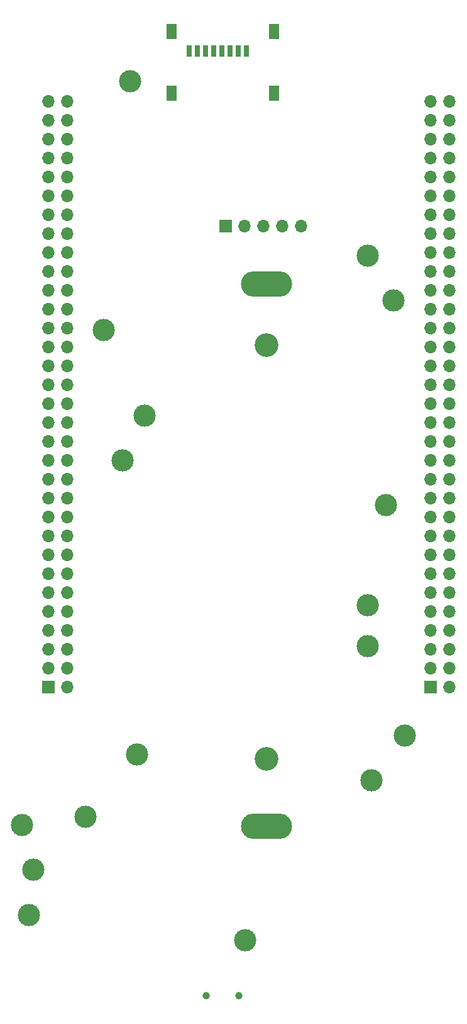
<source format=gbr>
%TF.GenerationSoftware,KiCad,Pcbnew,9.0.0*%
%TF.CreationDate,2025-03-31T13:57:26+02:00*%
%TF.ProjectId,HW_roggeluc_linortho,48575f72-6f67-4676-956c-75635f6c696e,rev?*%
%TF.SameCoordinates,Original*%
%TF.FileFunction,Soldermask,Bot*%
%TF.FilePolarity,Negative*%
%FSLAX46Y46*%
G04 Gerber Fmt 4.6, Leading zero omitted, Abs format (unit mm)*
G04 Created by KiCad (PCBNEW 9.0.0) date 2025-03-31 13:57:26*
%MOMM*%
%LPD*%
G01*
G04 APERTURE LIST*
%ADD10C,3.000000*%
%ADD11R,0.800000X1.500000*%
%ADD12R,1.450000X2.000000*%
%ADD13C,1.000000*%
%ADD14R,1.700000X1.700000*%
%ADD15O,1.700000X1.700000*%
%ADD16O,6.880000X3.440000*%
%ADD17C,3.200000*%
G04 APERTURE END LIST*
D10*
%TO.C,TP20*%
X90000000Y-132500000D03*
%TD*%
D11*
%TO.C,J1*%
X73200000Y-34450000D03*
X72100000Y-34450000D03*
X71000000Y-34450000D03*
X69900000Y-34450000D03*
X68800000Y-34450000D03*
X67700000Y-34450000D03*
X66600000Y-34450000D03*
X65500000Y-34450000D03*
D12*
X76875000Y-31850000D03*
X76875000Y-40150000D03*
X63125000Y-31850000D03*
X63125000Y-40150000D03*
%TD*%
D10*
%TO.C,TP19*%
X43000000Y-138500000D03*
%TD*%
%TO.C,TP18*%
X94500000Y-126500000D03*
%TD*%
%TO.C,TP17*%
X73000000Y-154000000D03*
%TD*%
%TO.C,TP16*%
X58500000Y-129000000D03*
%TD*%
%TO.C,TP14*%
X44500000Y-144500000D03*
%TD*%
%TO.C,TP7*%
X92000000Y-95500000D03*
%TD*%
%TO.C,TP13*%
X89500000Y-114500000D03*
%TD*%
%TO.C,TP12*%
X89500000Y-109000000D03*
%TD*%
%TO.C,TP1*%
X57500000Y-38500000D03*
%TD*%
%TO.C,TP6*%
X56500000Y-89500000D03*
%TD*%
%TO.C,TP9*%
X59500000Y-83500000D03*
%TD*%
%TO.C,TP10*%
X54000000Y-72000000D03*
%TD*%
D13*
%TO.C,J2*%
X67800000Y-161500000D03*
X72200000Y-161500000D03*
%TD*%
D10*
%TO.C,TP2*%
X43922370Y-150667723D03*
%TD*%
D14*
%TO.C,P3*%
X98000000Y-119943750D03*
D15*
X100540000Y-119943750D03*
X98000000Y-117403750D03*
X100540000Y-117403750D03*
X98000000Y-114863750D03*
X100540000Y-114863750D03*
X98000000Y-112323750D03*
X100540000Y-112323750D03*
X98000000Y-109783750D03*
X100540000Y-109783750D03*
X98000000Y-107243750D03*
X100540000Y-107243750D03*
X98000000Y-104703750D03*
X100540000Y-104703750D03*
X98000000Y-102163750D03*
X100540000Y-102163750D03*
X98000000Y-99623750D03*
X100540000Y-99623750D03*
X98000000Y-97083750D03*
X100540000Y-97083750D03*
X98000000Y-94543750D03*
X100540000Y-94543750D03*
X98000000Y-92003750D03*
X100540000Y-92003750D03*
X98000000Y-89463750D03*
X100540000Y-89463750D03*
X98000000Y-86923750D03*
X100540000Y-86923750D03*
X98000000Y-84383750D03*
X100540000Y-84383750D03*
X98000000Y-81843750D03*
X100540000Y-81843750D03*
X98000000Y-79303750D03*
X100540000Y-79303750D03*
X98000000Y-76763750D03*
X100540000Y-76763750D03*
X98000000Y-74223750D03*
X100540000Y-74223750D03*
X98000000Y-71683750D03*
X100540000Y-71683750D03*
X98000000Y-69143750D03*
X100540000Y-69143750D03*
X98000000Y-66603750D03*
X100540000Y-66603750D03*
X98000000Y-64063750D03*
X100540000Y-64063750D03*
X98000000Y-61523750D03*
X100540000Y-61523750D03*
X98000000Y-58983750D03*
X100540000Y-58983750D03*
X98000000Y-56443750D03*
X100540000Y-56443750D03*
X98000000Y-53903750D03*
X100540000Y-53903750D03*
X98000000Y-51363750D03*
X100540000Y-51363750D03*
X98000000Y-48823750D03*
X100540000Y-48823750D03*
X98000000Y-46283750D03*
X100540000Y-46283750D03*
X98000000Y-43743750D03*
X100540000Y-43743750D03*
X98000000Y-41203750D03*
X100540000Y-41203750D03*
%TD*%
D10*
%TO.C,TP11*%
X89500000Y-62000000D03*
%TD*%
%TO.C,TP4*%
X51500000Y-137443750D03*
%TD*%
%TO.C,TP8*%
X93000000Y-68000000D03*
%TD*%
D14*
%TO.C,P4*%
X46500000Y-119983750D03*
D15*
X49040000Y-119983750D03*
X46500000Y-117443750D03*
X49040000Y-117443750D03*
X46500000Y-114903750D03*
X49040000Y-114903750D03*
X46500000Y-112363750D03*
X49040000Y-112363750D03*
X46500000Y-109823750D03*
X49040000Y-109823750D03*
X46500000Y-107283750D03*
X49040000Y-107283750D03*
X46500000Y-104743750D03*
X49040000Y-104743750D03*
X46500000Y-102203750D03*
X49040000Y-102203750D03*
X46500000Y-99663750D03*
X49040000Y-99663750D03*
X46500000Y-97123750D03*
X49040000Y-97123750D03*
X46500000Y-94583750D03*
X49040000Y-94583750D03*
X46500000Y-92043750D03*
X49040000Y-92043750D03*
X46500000Y-89503750D03*
X49040000Y-89503750D03*
X46500000Y-86963750D03*
X49040000Y-86963750D03*
X46500000Y-84423750D03*
X49040000Y-84423750D03*
X46500000Y-81883750D03*
X49040000Y-81883750D03*
X46500000Y-79343750D03*
X49040000Y-79343750D03*
X46500000Y-76803750D03*
X49040000Y-76803750D03*
X46500000Y-74263750D03*
X49040000Y-74263750D03*
X46500000Y-71723750D03*
X49040000Y-71723750D03*
X46500000Y-69183750D03*
X49040000Y-69183750D03*
X46500000Y-66643750D03*
X49040000Y-66643750D03*
X46500000Y-64103750D03*
X49040000Y-64103750D03*
X46500000Y-61563750D03*
X49040000Y-61563750D03*
X46500000Y-59023750D03*
X49040000Y-59023750D03*
X46500000Y-56483750D03*
X49040000Y-56483750D03*
X46500000Y-53943750D03*
X49040000Y-53943750D03*
X46500000Y-51403750D03*
X49040000Y-51403750D03*
X46500000Y-48863750D03*
X49040000Y-48863750D03*
X46500000Y-46323750D03*
X49040000Y-46323750D03*
X46500000Y-43783750D03*
X49040000Y-43783750D03*
X46500000Y-41243750D03*
X49040000Y-41243750D03*
%TD*%
D16*
%TO.C,BT1*%
X75875416Y-65758210D03*
X75875416Y-138658210D03*
D17*
X75875416Y-74038210D03*
X75875416Y-129648210D03*
%TD*%
D14*
%TO.C,Y4*%
X70380000Y-58000000D03*
D15*
X72920000Y-58000000D03*
X75460000Y-58000000D03*
X78000000Y-58000000D03*
X80540000Y-58000000D03*
%TD*%
M02*

</source>
